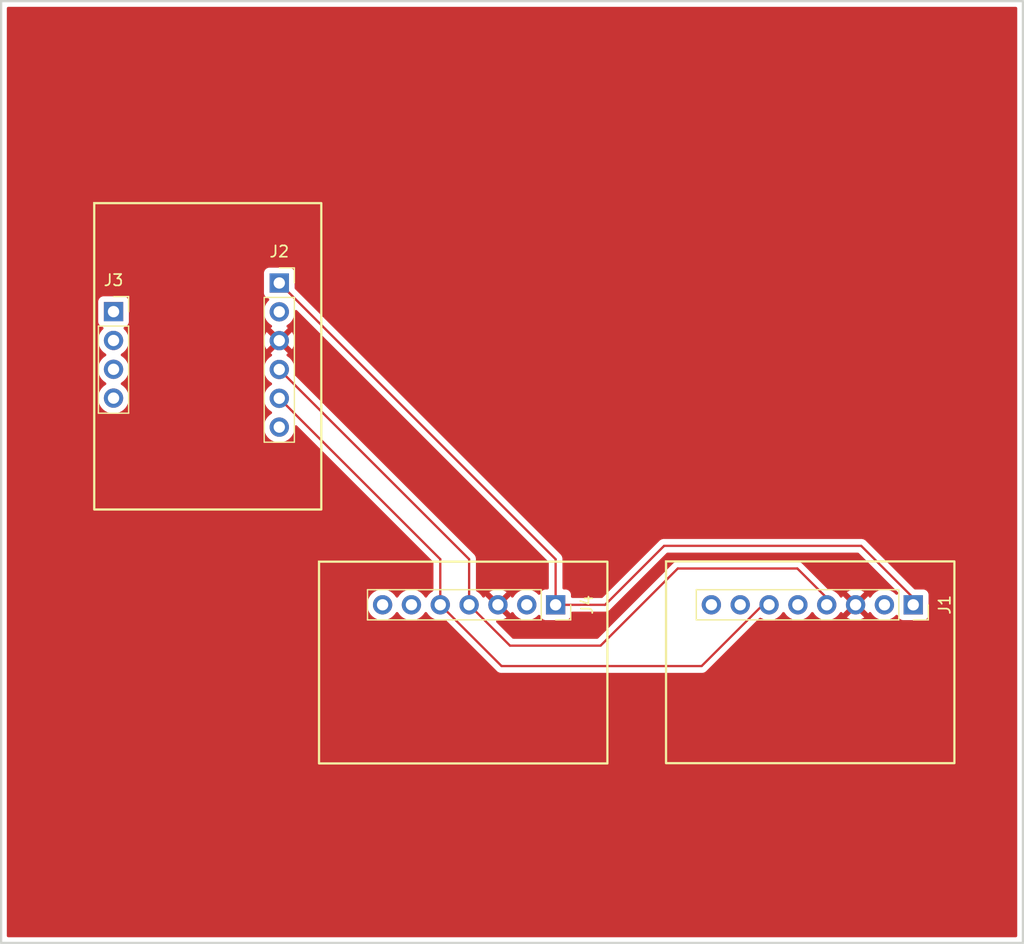
<source format=kicad_pcb>
(kicad_pcb (version 20241229) (generator "pcbnew") (generator_version "9.0")
  (layers (0 "F.Cu" signal) (2 "B.Cu" signal) (13 "F.Paste" user) (15 "B.Paste" user) (5 "F.SilkS" user "F.Silkscreen") (7 "B.SilkS" user "B.Silkscreen") (1 "F.Mask" user) (3 "B.Mask" user) (25 "Edge.Cuts" user))
  (net 0 "")
  (net 3 "/SDA")
  (net 4 "+3.3V")
  (net 5 "GND")
  (net 8 "/SCL")
  (net 15 "/DRDY")
  (footprint "Connector_PinSocket_2.54mm:PinSocket_1x04_P2.54mm_Vertical" (layer "F.Cu") (at 76.3 69.965)
    (property "Reference" "J3" (at 0 -2.77 0) (layer "F.SilkS"))
    (property "Value" "Conn_01x04_Socket")
    (fp_line (start -1.33 1.27) (end -1.33 8.95) (stroke (width 0.12)) (layer "F.SilkS"))
    (fp_line (start -1.33 1.27) (end 1.33 1.27) (stroke (width 0.12)) (layer "F.SilkS"))
    (fp_line (start -1.33 8.95) (end 1.33 8.95) (stroke (width 0.12)) (layer "F.SilkS"))
    (fp_line (start 0 -1.33) (end 1.33 -1.33) (stroke (width 0.12)) (layer "F.SilkS"))
    (fp_line (start 1.33 -1.33) (end 1.33 0) (stroke (width 0.12)) (layer "F.SilkS"))
    (fp_line (start 1.33 1.27) (end 1.33 8.95) (stroke (width 0.12)) (layer "F.SilkS"))
    (pad "1" thru_hole rect (at 0 0) (size 1.7 1.7) (drill 1) (layers "*.Cu" "*.Mask"))
    (pad "2" thru_hole circle (at 0 2.54) (size 1.7 1.7) (drill 1) (layers "*.Cu" "*.Mask"))
    (pad "3" thru_hole circle (at 0 5.08) (size 1.7 1.7) (drill 1) (layers "*.Cu" "*.Mask"))
    (pad "4" thru_hole circle (at 0 7.62) (size 1.7 1.7) (drill 1) (layers "*.Cu" "*.Mask"))
  )
  (footprint "Connector_PinSocket_2.54mm:PinSocket_1x06_P2.54mm_Vertical" (layer "F.Cu") (at 90.9 67.44)
    (property "Reference" "J2" (at 0 -2.77 0) (layer "F.SilkS"))
    (property "Value" "Conn_01x06_Socket")
    (fp_line (start -1.33 1.27) (end -1.33 14.03) (stroke (width 0.12)) (layer "F.SilkS"))
    (fp_line (start -1.33 1.27) (end 1.33 1.27) (stroke (width 0.12)) (layer "F.SilkS"))
    (fp_line (start -1.33 14.03) (end 1.33 14.03) (stroke (width 0.12)) (layer "F.SilkS"))
    (fp_line (start 0 -1.33) (end 1.33 -1.33) (stroke (width 0.12)) (layer "F.SilkS"))
    (fp_line (start 1.33 -1.33) (end 1.33 0) (stroke (width 0.12)) (layer "F.SilkS"))
    (fp_line (start 1.33 1.27) (end 1.33 14.03) (stroke (width 0.12)) (layer "F.SilkS"))
    (pad "1" thru_hole rect (at 0 0) (size 1.7 1.7) (drill 1) (layers "*.Cu" "*.Mask") (net 4 "+3.3V"))
    (pad "2" thru_hole circle (at 0 2.54) (size 1.7 1.7) (drill 1) (layers "*.Cu" "*.Mask"))
    (pad "3" thru_hole circle (at 0 5.08) (size 1.7 1.7) (drill 1) (layers "*.Cu" "*.Mask") (net 5 "GND"))
    (pad "4" thru_hole circle (at 0 7.62) (size 1.7 1.7) (drill 1) (layers "*.Cu" "*.Mask") (net 8 "/SCL"))
    (pad "5" thru_hole circle (at 0 10.16) (size 1.7 1.7) (drill 1) (layers "*.Cu" "*.Mask") (net 3 "/SDA"))
    (pad "6" thru_hole circle (at 0 12.7) (size 1.7 1.7) (drill 1) (layers "*.Cu" "*.Mask"))
  )
  (footprint "Connector_PinSocket_2.54mm:PinSocket_1x08_P2.54mm_Vertical" (layer "F.Cu") (at 146.74 95.8 -90)
    (property "Reference" "J1" (at 0 -2.77 90) (layer "F.SilkS"))
    (property "Value" "Conn_01x08_Socket")
    (fp_line (start -1.33 19.11) (end 1.33 19.11) (stroke (width 0.12)) (layer "F.SilkS"))
    (fp_line (start -1.33 1.27) (end -1.33 19.11) (stroke (width 0.12)) (layer "F.SilkS"))
    (fp_line (start -1.33 1.27) (end 1.33 1.27) (stroke (width 0.12)) (layer "F.SilkS"))
    (fp_line (start 1.33 1.27) (end 1.33 19.11) (stroke (width 0.12)) (layer "F.SilkS"))
    (fp_line (start 0 -1.33) (end 1.33 -1.33) (stroke (width 0.12)) (layer "F.SilkS"))
    (fp_line (start 1.33 -1.33) (end 1.33 0) (stroke (width 0.12)) (layer "F.SilkS"))
    (pad "1" thru_hole rect (at 0 0 270) (size 1.7 1.7) (drill 1) (layers "*.Cu" "*.Mask") (net 4 "+3.3V"))
    (pad "2" thru_hole circle (at 0 2.54 270) (size 1.7 1.7) (drill 1) (layers "*.Cu" "*.Mask"))
    (pad "3" thru_hole circle (at 0 5.08 270) (size 1.7 1.7) (drill 1) (layers "*.Cu" "*.Mask") (net 5 "GND"))
    (pad "4" thru_hole circle (at 0 7.62 270) (size 1.7 1.7) (drill 1) (layers "*.Cu" "*.Mask") (net 8 "/SCL"))
    (pad "5" thru_hole circle (at 0 10.16 270) (size 1.7 1.7) (drill 1) (layers "*.Cu" "*.Mask"))
    (pad "6" thru_hole circle (at 0 12.7 270) (size 1.7 1.7) (drill 1) (layers "*.Cu" "*.Mask") (net 3 "/SDA"))
    (pad "7" thru_hole circle (at 0 15.24 270) (size 1.7 1.7) (drill 1) (layers "*.Cu" "*.Mask"))
    (pad "8" thru_hole circle (at 0 17.78 270) (size 1.7 1.7) (drill 1) (layers "*.Cu" "*.Mask"))
  )
  (footprint "Connector_PinSocket_2.54mm:PinSocket_1x07_P2.54mm_Vertical" (layer "F.Cu") (at 115.24 95.8 -90)
    (property "Reference" "J4" (at 0 -2.77 90) (layer "F.SilkS"))
    (property "Value" "Conn_01x07_Socket")
    (fp_line (start -1.33 16.57) (end 1.33 16.57) (stroke (width 0.12)) (layer "F.SilkS"))
    (fp_line (start -1.33 1.27) (end -1.33 16.57) (stroke (width 0.12)) (layer "F.SilkS"))
    (fp_line (start -1.33 1.27) (end 1.33 1.27) (stroke (width 0.12)) (layer "F.SilkS"))
    (fp_line (start 1.33 1.27) (end 1.33 16.57) (stroke (width 0.12)) (layer "F.SilkS"))
    (fp_line (start 0 -1.33) (end 1.33 -1.33) (stroke (width 0.12)) (layer "F.SilkS"))
    (fp_line (start 1.33 -1.33) (end 1.33 0) (stroke (width 0.12)) (layer "F.SilkS"))
    (pad "1" thru_hole rect (at 0 0 270) (size 1.7 1.7) (drill 1) (layers "*.Cu" "*.Mask") (net 4 "+3.3V"))
    (pad "2" thru_hole circle (at 0 2.54 270) (size 1.7 1.7) (drill 1) (layers "*.Cu" "*.Mask"))
    (pad "3" thru_hole circle (at 0 5.08 270) (size 1.7 1.7) (drill 1) (layers "*.Cu" "*.Mask") (net 5 "GND"))
    (pad "4" thru_hole circle (at 0 7.62 270) (size 1.7 1.7) (drill 1) (layers "*.Cu" "*.Mask") (net 8 "/SCL"))
    (pad "5" thru_hole circle (at 0 10.16 270) (size 1.7 1.7) (drill 1) (layers "*.Cu" "*.Mask") (net 3 "/SDA"))
    (pad "6" thru_hole circle (at 0 12.7 270) (size 1.7 1.7) (drill 1) (layers "*.Cu" "*.Mask") (net 15 "/DRDY"))
    (pad "7" thru_hole circle (at 0 15.24 270) (size 1.7 1.7) (drill 1) (layers "*.Cu" "*.Mask"))
  )
  (gr_rect (start 74.6 60.4) (end 94.6 87.4) (stroke (width 0.2)) (fill no) (layer "F.SilkS"))
  (gr_rect (start 94.4 92) (end 119.8 109.78) (stroke (width 0.2)) (fill no) (layer "F.SilkS"))
  (gr_rect (start 124.965 91.975) (end 150.365 109.755) (stroke (width 0.2)) (fill no) (layer "F.SilkS"))
  (gr_rect (start 66.4 42.6) (end 156.4 125.6) (stroke (width 0.2)) (fill no) (layer "Edge.Cuts"))
  (segment (start 128.1 101.2) (end 134.075 95.225) (width 0.2) (layer "F.Cu") (net 3))
  (segment (start 105.08 95.8) (end 110.48 101.2) (width 0.2) (layer "F.Cu") (net 3))
  (segment (start 105.08 91.78) (end 105.08 95.8) (width 0.2) (layer "F.Cu") (net 3))
  (segment (start 110.48 101.2) (end 128.1 101.2) (width 0.2) (layer "F.Cu") (net 3))
  (segment (start 90.9 77.6) (end 105.08 91.78) (width 0.2) (layer "F.Cu") (net 3))
  (segment (start 142.15 90.6) (end 146.775 95.225) (width 0.2) (layer "F.Cu") (net 4))
  (segment (start 115.24 95.8) (end 119.6 95.8) (width 0.2) (layer "F.Cu") (net 4))
  (segment (start 90.9 67.44) (end 115.24 91.78) (width 0.2) (layer "F.Cu") (net 4))
  (segment (start 124.8 90.6) (end 142.15 90.6) (width 0.2) (layer "F.Cu") (net 4))
  (segment (start 115.24 91.78) (end 115.24 95.8) (width 0.2) (layer "F.Cu") (net 4))
  (segment (start 119.6 95.8) (end 124.8 90.6) (width 0.2) (layer "F.Cu") (net 4))
  (segment (start 90.9 75.06) (end 107.62 91.78) (width 0.2) (layer "F.Cu") (net 8))
  (segment (start 136.53 92.6) (end 139.155 95.225) (width 0.2) (layer "F.Cu") (net 8))
  (segment (start 119.2 99.4) (end 126 92.6) (width 0.2) (layer "F.Cu") (net 8))
  (segment (start 111.22 99.4) (end 119.2 99.4) (width 0.2) (layer "F.Cu") (net 8))
  (segment (start 107.62 95.8) (end 111.22 99.4) (width 0.2) (layer "F.Cu") (net 8))
  (segment (start 126 92.6) (end 136.53 92.6) (width 0.2) (layer "F.Cu") (net 8))
  (segment (start 107.62 91.78) (end 107.62 95.8) (width 0.2) (layer "F.Cu") (net 8))
  (zone (net 5) (net_name "GND") (layer "F.Cu") (connect_pads (clearance 0.5)) (min_thickness 0.25) (fill yes (thermal_gap 0.5) (thermal_bridge_width 0.5))
    (polygon (pts (xy 156.4 42.6) (xy 156.4 125.6) (xy 66.4 125.6) (xy 66.4 42.6)))
  )
)
</source>
